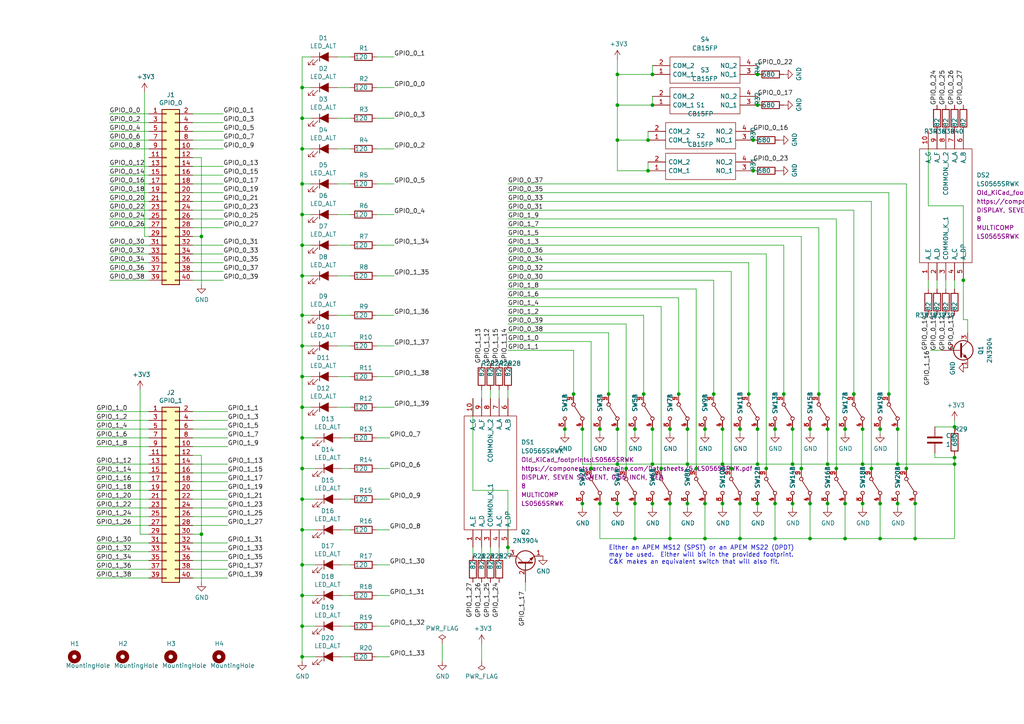
<source format=kicad_sch>
(kicad_sch (version 20211123) (generator eeschema)
  (paper "A4")
  (junction (at 87.63 91.44))
  (junction (at 255.27 156.21))
  (junction (at 179.07 134.62))
  (junction (at 224.79 146.05))
  (junction (at 217.17 114.3))
  (junction (at 87.63 118.11))
  (junction (at 87.63 135.89))
  (junction (at 232.41 135.89))
  (junction (at 219.71 21.59))
  (junction (at 171.45 135.89))
  (junction (at 245.11 156.21))
  (junction (at 229.87 134.62))
  (junction (at 276.86 123.825))
  (junction (at 247.65 114.3))
  (junction (at 218.44 49.53))
  (junction (at 260.35 146.05))
  (junction (at 218.44 40.64))
  (junction (at 219.71 30.48))
  (junction (at 163.83 124.46))
  (junction (at 87.63 43.18))
  (junction (at 58.42 154.94))
  (junction (at 234.95 146.05))
  (junction (at 209.55 134.62))
  (junction (at 276.86 134.62))
  (junction (at 207.01 114.3))
  (junction (at 187.96 40.64))
  (junction (at 87.63 109.22))
  (junction (at 219.71 134.62))
  (junction (at 224.79 156.21))
  (junction (at 209.55 146.05))
  (junction (at 204.47 124.46))
  (junction (at 240.03 134.62))
  (junction (at 184.15 156.21))
  (junction (at 209.55 124.46))
  (junction (at 250.19 146.05))
  (junction (at 189.23 21.59))
  (junction (at 265.43 146.05))
  (junction (at 168.91 146.05))
  (junction (at 240.03 124.46))
  (junction (at 255.27 146.05))
  (junction (at 87.63 25.4))
  (junction (at 87.63 62.23))
  (junction (at 196.85 114.3))
  (junction (at 224.79 124.46))
  (junction (at 179.07 21.59))
  (junction (at 189.23 30.48))
  (junction (at 87.63 127))
  (junction (at 87.63 153.67))
  (junction (at 87.63 172.72))
  (junction (at 87.63 80.01))
  (junction (at 87.63 190.5))
  (junction (at 229.87 146.05))
  (junction (at 189.23 146.05))
  (junction (at 184.15 146.05))
  (junction (at 147.32 158.75))
  (junction (at 199.39 124.46))
  (junction (at 166.37 114.3))
  (junction (at 252.73 135.89))
  (junction (at 201.93 135.89))
  (junction (at 87.63 53.34))
  (junction (at 173.99 146.05))
  (junction (at 87.63 181.61))
  (junction (at 199.39 146.05))
  (junction (at 199.39 134.62))
  (junction (at 189.23 134.62))
  (junction (at 265.43 156.21))
  (junction (at 189.23 124.46))
  (junction (at 58.42 68.58))
  (junction (at 276.86 132.715))
  (junction (at 237.49 114.3))
  (junction (at 194.31 124.46))
  (junction (at 184.15 124.46))
  (junction (at 168.91 124.46))
  (junction (at 257.81 114.3))
  (junction (at 191.77 135.89))
  (junction (at 176.53 114.3))
  (junction (at 242.57 135.89))
  (junction (at 179.07 146.05))
  (junction (at 179.07 124.46))
  (junction (at 219.71 146.05))
  (junction (at 87.63 71.12))
  (junction (at 245.11 124.46))
  (junction (at 219.71 124.46))
  (junction (at 250.19 134.62))
  (junction (at 186.69 114.3))
  (junction (at 187.96 49.53))
  (junction (at 245.11 146.05))
  (junction (at 181.61 135.89))
  (junction (at 214.63 146.05))
  (junction (at 234.95 156.21))
  (junction (at 260.35 134.62))
  (junction (at 204.47 156.21))
  (junction (at 87.63 144.78))
  (junction (at 194.31 146.05))
  (junction (at 214.63 156.21))
  (junction (at 262.89 135.89))
  (junction (at 222.25 135.89))
  (junction (at 234.95 124.46))
  (junction (at 214.63 124.46))
  (junction (at 87.63 34.29))
  (junction (at 179.07 40.64))
  (junction (at 179.07 30.48))
  (junction (at 240.03 146.05))
  (junction (at 173.99 124.46))
  (junction (at 229.87 124.46))
  (junction (at 227.33 114.3))
  (junction (at 212.09 135.89))
  (junction (at 255.27 124.46))
  (junction (at 250.19 124.46))
  (junction (at 204.47 146.05))
  (junction (at 279.4 81.28))
  (junction (at 87.63 100.33))
  (junction (at 194.31 156.21))
  (junction (at 87.63 163.83))
  (junction (at 260.35 124.46))
  (wire (pts (xy 173.99 125.73) (xy 173.99 124.46)))
  (wire (pts (xy 55.88 45.72) (xy 58.42 45.72)))
  (wire (pts (xy 31.75 43.18) (xy 43.18 43.18)))
  (wire (pts (xy 279.4 59.69) (xy 279.4 81.28)))
  (wire (pts (xy 204.47 125.73) (xy 204.47 124.46)))
  (wire (pts (xy 240.03 146.05) (xy 240.03 147.32)))
  (wire (pts (xy 147.32 93.98) (xy 181.61 93.98)))
  (wire (pts (xy 31.75 35.56) (xy 43.18 35.56)))
  (wire (pts (xy 163.83 124.46) (xy 163.83 125.73)))
  (wire (pts (xy 97.79 100.33) (xy 101.6 100.33)))
  (wire (pts (xy 87.63 100.33) (xy 87.63 91.44)))
  (wire (pts (xy 147.32 86.36) (xy 196.85 86.36)))
  (wire (pts (xy 55.88 127) (xy 66.04 127)))
  (wire (pts (xy 219.71 134.62) (xy 229.87 134.62)))
  (wire (pts (xy 147.32 96.52) (xy 176.53 96.52)))
  (wire (pts (xy 87.63 181.61) (xy 87.63 172.72)))
  (wire (pts (xy 189.23 124.46) (xy 189.23 134.62)))
  (wire (pts (xy 97.79 62.23) (xy 101.6 62.23)))
  (wire (pts (xy 55.88 78.74) (xy 64.77 78.74)))
  (wire (pts (xy 87.63 34.29) (xy 87.63 25.4)))
  (wire (pts (xy 90.17 109.22) (xy 87.63 109.22)))
  (wire (pts (xy 109.22 62.23) (xy 114.3 62.23)))
  (wire (pts (xy 90.17 43.18) (xy 87.63 43.18)))
  (wire (pts (xy 55.88 165.1) (xy 66.04 165.1)))
  (wire (pts (xy 43.18 142.24) (xy 27.94 142.24)))
  (wire (pts (xy 55.88 137.16) (xy 66.04 137.16)))
  (wire (pts (xy 147.32 83.82) (xy 201.93 83.82)))
  (wire (pts (xy 55.88 157.48) (xy 66.04 157.48)))
  (wire (pts (xy 97.79 16.51) (xy 101.6 16.51)))
  (wire (pts (xy 55.88 33.02) (xy 64.77 33.02)))
  (wire (pts (xy 250.19 146.05) (xy 250.19 147.32)))
  (wire (pts (xy 91.44 153.67) (xy 87.63 153.67)))
  (wire (pts (xy 27.94 162.56) (xy 43.18 162.56)))
  (wire (pts (xy 168.91 134.62) (xy 179.07 134.62)))
  (wire (pts (xy 179.07 40.64) (xy 187.96 40.64)))
  (wire (pts (xy 109.22 144.78) (xy 113.03 144.78)))
  (wire (pts (xy 147.32 73.66) (xy 222.25 73.66)))
  (wire (pts (xy 41.91 68.58) (xy 41.91 26.67)))
  (wire (pts (xy 87.63 91.44) (xy 87.63 80.01)))
  (wire (pts (xy 55.88 162.56) (xy 66.04 162.56)))
  (wire (pts (xy 171.45 99.06) (xy 171.45 135.89)))
  (wire (pts (xy 87.63 62.23) (xy 87.63 53.34)))
  (wire (pts (xy 55.88 160.02) (xy 66.04 160.02)))
  (wire (pts (xy 109.22 181.61) (xy 113.03 181.61)))
  (wire (pts (xy 31.75 60.96) (xy 43.18 60.96)))
  (wire (pts (xy 173.99 146.05) (xy 173.99 156.21)))
  (wire (pts (xy 31.75 50.8) (xy 43.18 50.8)))
  (wire (pts (xy 184.15 125.73) (xy 184.15 124.46)))
  (wire (pts (xy 189.23 21.59) (xy 179.07 21.59)))
  (wire (pts (xy 242.57 63.5) (xy 242.57 135.89)))
  (wire (pts (xy 43.18 121.92) (xy 27.94 121.92)))
  (wire (pts (xy 43.18 68.58) (xy 41.91 68.58)))
  (wire (pts (xy 87.63 191.77) (xy 87.63 190.5)))
  (wire (pts (xy 55.88 43.18) (xy 64.77 43.18)))
  (wire (pts (xy 219.71 124.46) (xy 219.71 134.62)))
  (wire (pts (xy 55.88 76.2) (xy 64.77 76.2)))
  (wire (pts (xy 55.88 38.1) (xy 64.77 38.1)))
  (wire (pts (xy 97.79 34.29) (xy 101.6 34.29)))
  (wire (pts (xy 91.44 144.78) (xy 87.63 144.78)))
  (wire (pts (xy 147.32 60.96) (xy 247.65 60.96)))
  (wire (pts (xy 109.22 25.4) (xy 114.3 25.4)))
  (wire (pts (xy 184.15 146.05) (xy 184.15 156.21)))
  (wire (pts (xy 257.81 114.3) (xy 257.81 55.88)))
  (wire (pts (xy 90.17 80.01) (xy 87.63 80.01)))
  (wire (pts (xy 219.71 19.05) (xy 219.71 21.59)))
  (wire (pts (xy 91.44 163.83) (xy 87.63 163.83)))
  (wire (pts (xy 55.88 139.7) (xy 66.04 139.7)))
  (wire (pts (xy 265.43 156.21) (xy 276.86 156.21)))
  (wire (pts (xy 194.31 156.21) (xy 204.47 156.21)))
  (wire (pts (xy 214.63 156.21) (xy 224.79 156.21)))
  (wire (pts (xy 31.75 38.1) (xy 43.18 38.1)))
  (wire (pts (xy 269.875 101.6) (xy 273.05 101.6)))
  (wire (pts (xy 40.64 113.03) (xy 40.64 154.94)))
  (wire (pts (xy 176.53 114.3) (xy 176.53 96.52)))
  (wire (pts (xy 87.63 153.67) (xy 87.63 144.78)))
  (wire (pts (xy 43.18 144.78) (xy 27.94 144.78)))
  (wire (pts (xy 99.06 144.78) (xy 101.6 144.78)))
  (wire (pts (xy 204.47 146.05) (xy 204.47 156.21)))
  (wire (pts (xy 90.17 118.11) (xy 87.63 118.11)))
  (wire (pts (xy 245.11 156.21) (xy 255.27 156.21)))
  (wire (pts (xy 191.77 88.9) (xy 191.77 135.89)))
  (wire (pts (xy 181.61 93.98) (xy 181.61 135.89)))
  (wire (pts (xy 207.01 114.3) (xy 207.01 81.28)))
  (wire (pts (xy 222.25 73.66) (xy 222.25 135.89)))
  (wire (pts (xy 55.88 71.12) (xy 64.77 71.12)))
  (wire (pts (xy 152.4 168.91) (xy 152.4 171.45)))
  (wire (pts (xy 31.75 55.88) (xy 43.18 55.88)))
  (wire (pts (xy 269.24 59.69) (xy 279.4 59.69)))
  (wire (pts (xy 173.99 156.21) (xy 184.15 156.21)))
  (wire (pts (xy 55.88 48.26) (xy 64.77 48.26)))
  (wire (pts (xy 27.94 147.32) (xy 43.18 147.32)))
  (wire (pts (xy 260.35 134.62) (xy 276.86 134.62)))
  (wire (pts (xy 55.88 53.34) (xy 64.77 53.34)))
  (wire (pts (xy 55.88 68.58) (xy 58.42 68.58)))
  (wire (pts (xy 234.95 125.73) (xy 234.95 124.46)))
  (wire (pts (xy 179.07 124.46) (xy 179.07 134.62)))
  (wire (pts (xy 90.17 62.23) (xy 87.63 62.23)))
  (wire (pts (xy 137.16 158.75) (xy 137.16 161.29)))
  (wire (pts (xy 234.95 156.21) (xy 245.11 156.21)))
  (wire (pts (xy 109.22 16.51) (xy 114.3 16.51)))
  (wire (pts (xy 240.03 124.46) (xy 240.03 134.62)))
  (wire (pts (xy 27.94 149.86) (xy 43.18 149.86)))
  (wire (pts (xy 55.88 63.5) (xy 64.77 63.5)))
  (wire (pts (xy 194.31 146.05) (xy 194.31 156.21)))
  (wire (pts (xy 99.06 172.72) (xy 101.6 172.72)))
  (wire (pts (xy 27.94 160.02) (xy 43.18 160.02)))
  (wire (pts (xy 87.63 127) (xy 91.44 127)))
  (wire (pts (xy 55.88 132.08) (xy 58.42 132.08)))
  (wire (pts (xy 209.55 124.46) (xy 209.55 134.62)))
  (wire (pts (xy 43.18 129.54) (xy 27.94 129.54)))
  (wire (pts (xy 27.94 152.4) (xy 43.18 152.4)))
  (wire (pts (xy 224.79 156.21) (xy 234.95 156.21)))
  (wire (pts (xy 179.07 146.05) (xy 179.07 147.32)))
  (wire (pts (xy 240.03 134.62) (xy 250.19 134.62)))
  (wire (pts (xy 199.39 134.62) (xy 209.55 134.62)))
  (wire (pts (xy 87.63 16.51) (xy 90.17 16.51)))
  (wire (pts (xy 43.18 127) (xy 27.94 127)))
  (wire (pts (xy 55.88 81.28) (xy 64.77 81.28)))
  (wire (pts (xy 90.17 71.12) (xy 87.63 71.12)))
  (wire (pts (xy 214.63 146.05) (xy 214.63 156.21)))
  (wire (pts (xy 276.86 132.08) (xy 276.86 132.715)))
  (wire (pts (xy 58.42 154.94) (xy 58.42 168.91)))
  (wire (pts (xy 31.75 78.74) (xy 43.18 78.74)))
  (wire (pts (xy 90.17 34.29) (xy 87.63 34.29)))
  (wire (pts (xy 55.88 152.4) (xy 66.04 152.4)))
  (wire (pts (xy 224.79 125.73) (xy 224.79 124.46)))
  (wire (pts (xy 276.86 132.715) (xy 276.86 134.62)))
  (wire (pts (xy 179.07 134.62) (xy 189.23 134.62)))
  (wire (pts (xy 55.88 149.86) (xy 66.04 149.86)))
  (wire (pts (xy 97.79 71.12) (xy 101.6 71.12)))
  (wire (pts (xy 217.17 114.3) (xy 217.17 76.2)))
  (wire (pts (xy 147.32 113.03) (xy 147.32 115.57)))
  (wire (pts (xy 137.16 115.57) (xy 137.16 142.24)))
  (wire (pts (xy 276.86 134.62) (xy 276.86 156.21)))
  (wire (pts (xy 144.78 158.75) (xy 144.78 161.29)))
  (wire (pts (xy 109.22 135.89) (xy 113.03 135.89)))
  (wire (pts (xy 43.18 139.7) (xy 27.94 139.7)))
  (wire (pts (xy 58.42 45.72) (xy 58.42 68.58)))
  (wire (pts (xy 43.18 134.62) (xy 27.94 134.62)))
  (wire (pts (xy 109.22 153.67) (xy 113.03 153.67)))
  (wire (pts (xy 87.63 172.72) (xy 87.63 163.83)))
  (wire (pts (xy 55.88 124.46) (xy 66.04 124.46)))
  (wire (pts (xy 31.75 81.28) (xy 43.18 81.28)))
  (wire (pts (xy 87.63 163.83) (xy 87.63 153.67)))
  (wire (pts (xy 97.79 118.11) (xy 101.6 118.11)))
  (wire (pts (xy 109.22 71.12) (xy 114.3 71.12)))
  (wire (pts (xy 280.67 92.71) (xy 280.67 96.52)))
  (wire (pts (xy 147.32 91.44) (xy 186.69 91.44)))
  (wire (pts (xy 58.42 132.08) (xy 58.42 154.94)))
  (wire (pts (xy 31.75 66.04) (xy 43.18 66.04)))
  (wire (pts (xy 109.22 91.44) (xy 114.3 91.44)))
  (wire (pts (xy 179.07 49.53) (xy 187.96 49.53)))
  (wire (pts (xy 219.71 146.05) (xy 219.71 147.32)))
  (wire (pts (xy 87.63 109.22) (xy 87.63 100.33)))
  (wire (pts (xy 87.63 53.34) (xy 87.63 43.18)))
  (wire (pts (xy 189.23 27.94) (xy 189.23 30.48)))
  (wire (pts (xy 199.39 124.46) (xy 199.39 134.62)))
  (wire (pts (xy 212.09 78.74) (xy 212.09 135.89)))
  (wire (pts (xy 147.32 55.88) (xy 257.81 55.88)))
  (wire (pts (xy 137.16 142.24) (xy 147.32 142.24)))
  (wire (pts (xy 55.88 40.64) (xy 64.77 40.64)))
  (wire (pts (xy 87.63 135.89) (xy 87.63 127)))
  (wire (pts (xy 224.79 146.05) (xy 224.79 156.21)))
  (wire (pts (xy 274.32 83.82) (xy 274.32 81.28)))
  (wire (pts (xy 147.32 66.04) (xy 237.49 66.04)))
  (wire (pts (xy 147.32 68.58) (xy 232.41 68.58)))
  (wire (pts (xy 99.06 190.5) (xy 101.6 190.5)))
  (wire (pts (xy 109.22 190.5) (xy 113.03 190.5)))
  (wire (pts (xy 87.63 80.01) (xy 87.63 71.12)))
  (wire (pts (xy 271.145 123.825) (xy 276.86 123.825)))
  (wire (pts (xy 276.86 123.825) (xy 276.86 124.46)))
  (wire (pts (xy 252.73 58.42) (xy 252.73 135.89)))
  (wire (pts (xy 43.18 137.16) (xy 27.94 137.16)))
  (wire (pts (xy 109.22 172.72) (xy 113.03 172.72)))
  (wire (pts (xy 55.88 73.66) (xy 64.77 73.66)))
  (wire (pts (xy 55.88 129.54) (xy 66.04 129.54)))
  (wire (pts (xy 187.96 46.99) (xy 187.96 49.53)))
  (wire (pts (xy 139.7 158.75) (xy 139.7 161.29)))
  (wire (pts (xy 229.87 134.62) (xy 240.03 134.62)))
  (wire (pts (xy 31.75 53.34) (xy 43.18 53.34)))
  (wire (pts (xy 255.27 146.05) (xy 255.27 156.21)))
  (wire (pts (xy 147.32 158.75) (xy 147.32 161.29)))
  (wire (pts (xy 55.88 66.04) (xy 64.77 66.04)))
  (wire (pts (xy 55.88 144.78) (xy 66.04 144.78)))
  (wire (pts (xy 91.44 172.72) (xy 87.63 172.72)))
  (wire (pts (xy 87.63 118.11) (xy 87.63 109.22)))
  (wire (pts (xy 109.22 43.18) (xy 114.3 43.18)))
  (wire (pts (xy 43.18 119.38) (xy 27.94 119.38)))
  (wire (pts (xy 90.17 53.34) (xy 87.63 53.34)))
  (wire (pts (xy 27.94 165.1) (xy 43.18 165.1)))
  (wire (pts (xy 179.07 30.48) (xy 179.07 40.64)))
  (wire (pts (xy 147.32 76.2) (xy 217.17 76.2)))
  (wire (pts (xy 245.11 146.05) (xy 245.11 156.21)))
  (wire (pts (xy 199.39 146.05) (xy 199.39 147.32)))
  (wire (pts (xy 255.27 125.73) (xy 255.27 124.46)))
  (wire (pts (xy 91.44 135.89) (xy 87.63 135.89)))
  (wire (pts (xy 31.75 48.26) (xy 43.18 48.26)))
  (wire (pts (xy 147.32 101.6) (xy 166.37 101.6)))
  (wire (pts (xy 55.88 60.96) (xy 64.77 60.96)))
  (wire (pts (xy 55.88 55.88) (xy 64.77 55.88)))
  (wire (pts (xy 55.88 154.94) (xy 58.42 154.94)))
  (wire (pts (xy 99.06 181.61) (xy 101.6 181.61)))
  (wire (pts (xy 58.42 68.58) (xy 58.42 82.55)))
  (wire (pts (xy 229.87 146.05) (xy 229.87 147.32)))
  (wire (pts (xy 55.88 58.42) (xy 64.77 58.42)))
  (wire (pts (xy 109.22 118.11) (xy 114.3 118.11)))
  (wire (pts (xy 260.35 124.46) (xy 260.35 134.62)))
  (wire (pts (xy 147.32 63.5) (xy 242.57 63.5)))
  (wire (pts (xy 168.91 146.05) (xy 168.91 147.32)))
  (wire (pts (xy 91.44 181.61) (xy 87.63 181.61)))
  (wire (pts (xy 214.63 125.73) (xy 214.63 124.46)))
  (wire (pts (xy 109.22 127) (xy 113.03 127)))
  (wire (pts (xy 31.75 58.42) (xy 43.18 58.42)))
  (wire (pts (xy 90.17 100.33) (xy 87.63 100.33)))
  (wire (pts (xy 144.78 113.03) (xy 144.78 115.57)))
  (wire (pts (xy 279.4 81.28) (xy 279.4 92.71)))
  (wire (pts (xy 55.88 50.8) (xy 64.77 50.8)))
  (wire (pts (xy 189.23 134.62) (xy 199.39 134.62)))
  (wire (pts (xy 234.95 146.05) (xy 234.95 156.21)))
  (wire (pts (xy 168.91 124.46) (xy 168.91 134.62)))
  (wire (pts (xy 142.24 113.03) (xy 142.24 115.57)))
  (wire (pts (xy 179.07 21.59) (xy 179.07 30.48)))
  (wire (pts (xy 147.32 81.28) (xy 207.01 81.28)))
  (wire (pts (xy 271.78 83.82) (xy 271.78 81.28)))
  (wire (pts (xy 147.32 99.06) (xy 171.45 99.06)))
  (wire (pts (xy 147.32 58.42) (xy 252.73 58.42)))
  (wire (pts (xy 27.94 157.48) (xy 43.18 157.48)))
  (wire (pts (xy 87.63 25.4) (xy 87.63 16.51)))
  (wire (pts (xy 97.79 53.34) (xy 101.6 53.34)))
  (wire (pts (xy 55.88 142.24) (xy 66.04 142.24)))
  (wire (pts (xy 250.19 134.62) (xy 260.35 134.62)))
  (wire (pts (xy 265.43 146.05) (xy 265.43 156.21)))
  (wire (pts (xy 262.89 53.34) (xy 262.89 135.89)))
  (wire (pts (xy 55.88 119.38) (xy 66.04 119.38)))
  (wire (pts (xy 166.37 114.3) (xy 166.37 101.6)))
  (wire (pts (xy 55.88 134.62) (xy 66.04 134.62)))
  (wire (pts (xy 109.22 34.29) (xy 114.3 34.29)))
  (wire (pts (xy 40.64 154.94) (xy 43.18 154.94)))
  (wire (pts (xy 204.47 156.21) (xy 214.63 156.21)))
  (wire (pts (xy 269.24 38.1) (xy 269.24 59.69)))
  (wire (pts (xy 229.87 124.46) (xy 229.87 134.62)))
  (wire (pts (xy 179.07 17.145) (xy 179.07 21.59)))
  (wire (pts (xy 209.55 134.62) (xy 219.71 134.62)))
  (wire (pts (xy 87.63 190.5) (xy 87.63 181.61)))
  (wire (pts (xy 147.32 142.24) (xy 147.32 158.75)))
  (wire (pts (xy 87.63 43.18) (xy 87.63 34.29)))
  (wire (pts (xy 91.44 190.5) (xy 87.63 190.5)))
  (wire (pts (xy 179.07 40.64) (xy 179.07 49.53)))
  (wire (pts (xy 139.7 113.03) (xy 139.7 115.57)))
  (wire (pts (xy 87.63 127) (xy 87.63 118.11)))
  (wire (pts (xy 55.88 167.64) (xy 66.04 167.64)))
  (wire (pts (xy 147.32 78.74) (xy 212.09 78.74)))
  (wire (pts (xy 90.17 25.4) (xy 87.63 25.4)))
  (wire (pts (xy 99.06 153.67) (xy 101.6 153.67)))
  (wire (pts (xy 142.24 158.75) (xy 142.24 161.29)))
  (wire (pts (xy 87.63 71.12) (xy 87.63 62.23)))
  (wire (pts (xy 27.94 167.64) (xy 43.18 167.64)))
  (wire (pts (xy 189.23 146.05) (xy 189.23 147.32)))
  (wire (pts (xy 147.32 71.12) (xy 227.33 71.12)))
  (wire (pts (xy 196.85 114.3) (xy 196.85 86.36)))
  (wire (pts (xy 55.88 121.92) (xy 66.04 121.92)))
  (wire (pts (xy 31.75 40.64) (xy 43.18 40.64)))
  (wire (pts (xy 218.44 40.64) (xy 218.44 38.1)))
  (wire (pts (xy 232.41 68.58) (xy 232.41 135.89)))
  (wire (pts (xy 260.35 146.05) (xy 260.35 147.32)))
  (wire (pts (xy 109.22 163.83) (xy 113.03 163.83)))
  (wire (pts (xy 218.44 49.53) (xy 218.44 46.99)))
  (wire (pts (xy 55.88 35.56) (xy 64.77 35.56)))
  (wire (pts (xy 109.22 109.22) (xy 114.3 109.22)))
  (wire (pts (xy 255.27 156.21) (xy 265.43 156.21)))
  (wire (pts (xy 189.23 19.05) (xy 189.23 21.59)))
  (wire (pts (xy 187.96 38.1) (xy 187.96 40.64)))
  (wire (pts (xy 97.79 25.4) (xy 101.6 25.4)))
  (wire (pts (xy 186.69 114.3) (xy 186.69 91.44)))
  (wire (pts (xy 109.22 100.33) (xy 114.3 100.33)))
  (wire (pts (xy 179.07 30.48) (xy 189.23 30.48)))
  (wire (pts (xy 201.93 83.82) (xy 201.93 135.89)))
  (wire (pts (xy 237.49 114.3) (xy 237.49 66.04)))
  (wire (pts (xy 276.86 83.82) (xy 276.86 81.28)))
  (wire (pts (xy 147.32 53.34) (xy 262.89 53.34)))
  (wire (pts (xy 109.22 53.34) (xy 114.3 53.34)))
  (wire (pts (xy 90.17 91.44) (xy 87.63 91.44)))
  (wire (pts (xy 139.7 191.77) (xy 139.7 186.69)))
  (wire (pts (xy 128.27 191.77) (xy 128.27 186.69)))
  (wire (pts (xy 219.71 30.48) (xy 219.71 27.94)))
  (wire (pts (xy 97.79 91.44) (xy 101.6 91.44)))
  (wire (pts (xy 109.22 80.01) (xy 114.3 80.01)))
  (wire (pts (xy 97.79 80.01) (xy 101.6 80.01)))
  (wire (pts (xy 147.32 88.9) (xy 191.77 88.9)))
  (wire (pts (xy 43.18 124.46) (xy 27.94 124.46)))
  (wire (pts (xy 269.24 83.82) (xy 269.24 81.28)))
  (wire (pts (xy 99.06 135.89) (xy 101.6 135.89)))
  (wire (pts (xy 279.4 92.71) (xy 280.67 92.71)))
  (wire (pts (xy 209.55 146.05) (xy 209.55 147.32)))
  (wire (pts (xy 271.145 132.715) (xy 276.86 132.715)))
  (wire (pts (xy 271.145 131.445) (xy 271.145 132.715)))
  (wire (pts (xy 87.63 144.78) (xy 87.63 135.89)))
  (wire (pts (xy 31.75 71.12) (xy 43.18 71.12)))
  (wire (pts (xy 245.11 125.73) (xy 245.11 124.46)))
  (wire (pts (xy 99.06 127) (xy 101.6 127)))
  (wire (pts (xy 194.31 125.73) (xy 194.31 124.46)))
  (wire (pts (xy 97.79 109.22) (xy 101.6 109.22)))
  (wire (pts (xy 250.19 124.46) (xy 250.19 134.62)))
  (wire (pts (xy 55.88 147.32) (xy 66.04 147.32)))
  (wire (pts (xy 184.15 156.21) (xy 194.31 156.21)))
  (wire (pts (xy 31.75 63.5) (xy 43.18 63.5)))
  (wire (pts (xy 247.65 114.3) (xy 247.65 60.96)))
  (wire (pts (xy 31.75 76.2) (xy 43.18 76.2)))
  (wire (pts (xy 99.06 163.83) (xy 101.6 163.83)))
  (wire (pts (xy 276.86 121.92) (xy 276.86 123.825)))
  (wire (pts (xy 31.75 73.66) (xy 43.18 73.66)))
  (wire (pts (xy 97.79 43.18) (xy 101.6 43.18)))
  (wire (pts (xy 31.75 33.02) (xy 43.18 33.02)))
  (wire (pts (xy 227.33 114.3) (xy 227.33 71.12)))
  (text "Either an APEM MS12 (SPST) or an APEM MS22 (DPDT)\nmay be used.  Either will bit in the provided footprint.\nC&K makes an equivalent switch that will also fit." (at 176.53 163.83 0) (effects (font (size 1.27 1.27)) (justify left bottom)))
  (label "GPIO_1_9" (at 66.04 129.54 0))
  (label "GPIO_0_39" (at 147.32 93.98 0))
  (label "GPIO_1_20" (at 27.94 144.78 0))
  (label "GPIO_0_26" (at 276.86 30.48 90))
  (label "GPIO_0_35" (at 147.32 55.88 0))
  (label "GPIO_1_36" (at 114.3 91.44 0))
  (label "GPIO_1_26" (at 27.94 152.4 0))
  (label "GPIO_0_9" (at 113.03 144.78 0))
  (label "GPIO_0_7" (at 64.77 40.64 0))
  (label "GPIO_0_21" (at 64.77 58.42 0))
  (label "GPIO_0_36" (at 147.32 73.66 0))
  (label "GPIO_0_14" (at 31.75 50.8 0))
  (label "GPIO_1_27" (at 137.16 168.91 270))
  (label "GPIO_0_9" (at 64.77 43.18 0))
  (label "GPIO_0_19" (at 64.77 55.88 0))
  (label "GPIO_1_1" (at 147.32 101.6 0))
  (label "GPIO_0_1" (at 114.3 16.51 0))
  (label "GPIO_1_7" (at 66.04 127 0))
  (label "GPIO_0_36" (at 31.75 78.74 0))
  (label "GPIO_0_26" (at 31.75 66.04 0))
  (label "GPIO_1_38" (at 27.94 167.64 0))
  (label "GPIO_1_30" (at 27.94 157.48 0))
  (label "GPIO_1_5" (at 147.32 68.58 0))
  (label "GPIO_0_4" (at 114.3 62.23 0))
  (label "GPIO_0_32" (at 31.75 73.66 0))
  (label "GPIO_1_12" (at 27.94 134.62 0))
  (label "GPIO_0_33" (at 64.77 73.66 0))
  (label "GPIO_1_2" (at 27.94 121.92 0))
  (label "GPIO_1_0" (at 147.32 99.06 0))
  (label "GPIO_0_25" (at 64.77 63.5 0))
  (label "GPIO_0_3" (at 114.3 34.29 0))
  (label "GPIO_0_38" (at 147.32 96.52 0))
  (label "GPIO_0_16" (at 218.44 38.1 0))
  (label "GPIO_1_9" (at 147.32 63.5 0))
  (label "GPIO_1_39" (at 66.04 167.64 0))
  (label "GPIO_0_31" (at 64.77 71.12 0))
  (label "GPIO_0_16" (at 31.75 53.34 0))
  (label "GPIO_1_1" (at 66.04 119.38 0))
  (label "GPIO_1_31" (at 66.04 157.48 0))
  (label "GPIO_0_30" (at 31.75 71.12 0))
  (label "GPIO_0_27" (at 279.4 30.48 90))
  (label "GPIO_1_16" (at 27.94 139.7 0))
  (label "GPIO_0_14" (at 269.24 91.44 270))
  (label "GPIO_0_31" (at 147.32 60.96 0))
  (label "GPIO_1_30" (at 113.03 163.83 0))
  (label "GPIO_1_38" (at 114.3 109.22 0))
  (label "GPIO_1_17" (at 152.4 171.45 270))
  (label "GPIO_0_12" (at 274.32 91.44 270))
  (label "GPIO_0_2" (at 31.75 35.56 0))
  (label "GPIO_1_4" (at 147.32 88.9 0))
  (label "GPIO_1_16" (at 269.875 101.6 270))
  (label "GPIO_1_24" (at 27.94 149.86 0))
  (label "GPIO_1_21" (at 66.04 144.78 0))
  (label "GPIO_1_0" (at 27.94 119.38 0))
  (label "GPIO_1_8" (at 27.94 129.54 0))
  (label "GPIO_0_38" (at 31.75 81.28 0))
  (label "GPIO_0_6" (at 31.75 40.64 0))
  (label "GPIO_0_4" (at 31.75 38.1 0))
  (label "GPIO_0_33" (at 147.32 58.42 0))
  (label "GPIO_1_37" (at 114.3 100.33 0))
  (label "GPIO_1_34" (at 27.94 162.56 0))
  (label "GPIO_0_22" (at 31.75 60.96 0))
  (label "GPIO_0_5" (at 64.77 38.1 0))
  (label "GPIO_0_12" (at 31.75 48.26 0))
  (label "GPIO_1_14" (at 147.32 105.41 90))
  (label "GPIO_0_24" (at 31.75 63.5 0))
  (label "GPIO_1_14" (at 27.94 137.16 0))
  (label "GPIO_1_18" (at 27.94 142.24 0))
  (label "GPIO_0_17" (at 219.71 27.94 0))
  (label "GPIO_1_12" (at 142.24 105.41 90))
  (label "GPIO_0_3" (at 64.77 35.56 0))
  (label "GPIO_1_6" (at 27.94 127 0))
  (label "GPIO_1_24" (at 144.78 168.91 270))
  (label "GPIO_1_23" (at 66.04 147.32 0))
  (label "GPIO_1_32" (at 113.03 181.61 0))
  (label "GPIO_0_24" (at 271.78 30.48 90))
  (label "GPIO_0_17" (at 64.77 53.34 0))
  (label "GPIO_1_6" (at 147.32 86.36 0))
  (label "GPIO_1_15" (at 66.04 137.16 0))
  (label "GPIO_1_37" (at 66.04 165.1 0))
  (label "GPIO_1_33" (at 113.03 190.5 0))
  (label "GPIO_0_27" (at 64.77 66.04 0))
  (label "GPIO_1_19" (at 66.04 142.24 0))
  (label "GPIO_0_25" (at 274.32 30.48 90))
  (label "GPIO_1_33" (at 66.04 160.02 0))
  (label "GPIO_0_34" (at 31.75 76.2 0))
  (label "GPIO_0_8" (at 31.75 43.18 0))
  (label "GPIO_1_3" (at 147.32 71.12 0))
  (label "GPIO_1_4" (at 27.94 124.46 0))
  (label "GPIO_0_37" (at 147.32 53.34 0))
  (label "GPIO_0_15" (at 271.78 91.44 270))
  (label "GPIO_1_15" (at 144.78 105.41 90))
  (label "GPIO_0_30" (at 147.32 81.28 0))
  (label "GPIO_0_2" (at 114.3 43.18 0))
  (label "GPIO_1_17" (at 66.04 139.7 0))
  (label "GPIO_0_0" (at 31.75 33.02 0))
  (label "GPIO_0_15" (at 64.77 50.8 0))
  (label "GPIO_1_34" (at 114.3 71.12 0))
  (label "GPIO_0_0" (at 114.3 25.4 0))
  (label "GPIO_0_34" (at 147.32 76.2 0))
  (label "GPIO_1_39" (at 114.3 118.11 0))
  (label "GPIO_0_35" (at 64.77 76.2 0))
  (label "GPIO_1_3" (at 66.04 121.92 0))
  (label "GPIO_0_8" (at 113.03 153.67 0))
  (label "GPIO_0_13" (at 64.77 48.26 0))
  (label "GPIO_1_35" (at 66.04 162.56 0))
  (label "GPIO_1_27" (at 66.04 152.4 0))
  (label "GPIO_1_36" (at 27.94 165.1 0))
  (label "GPIO_1_32" (at 27.94 160.02 0))
  (label "GPIO_0_32" (at 147.32 78.74 0))
  (label "GPIO_0_22" (at 219.71 19.05 0))
  (label "GPIO_0_37" (at 64.77 78.74 0))
  (label "GPIO_0_5" (at 114.3 53.34 0))
  (label "GPIO_1_2" (at 147.32 91.44 0))
  (label "GPIO_1_35" (at 114.3 80.01 0))
  (label "GPIO_0_13" (at 276.86 91.44 270))
  (label "GPIO_1_7" (at 147.32 66.04 0))
  (label "GPIO_0_6" (at 113.03 135.89 0))
  (label "GPIO_1_25" (at 66.04 149.86 0))
  (label "GPIO_1_13" (at 139.7 105.41 90))
  (label "GPIO_1_31" (at 113.03 172.72 0))
  (label "GPIO_1_13" (at 66.04 134.62 0))
  (label "GPIO_1_22" (at 27.94 147.32 0))
  (label "GPIO_0_1" (at 64.77 33.02 0))
  (label "GPIO_1_26" (at 139.7 168.91 270))
  (label "GPIO_0_39" (at 64.77 81.28 0))
  (label "GPIO_0_23" (at 218.44 46.99 0))
  (label "GPIO_1_5" (at 66.04 124.46 0))
  (label "GPIO_0_23" (at 64.77 60.96 0))
  (label "GPIO_0_18" (at 31.75 55.88 0))
  (label "GPIO_0_7" (at 113.03 127 0))
  (label "GPIO_1_25" (at 142.24 168.91 270))
  (label "GPIO_0_20" (at 31.75 58.42 0))
  (label "GPIO_1_8" (at 147.32 83.82 0))
  (symbol (lib_id "Device:LED_ALT") (at 93.98 16.51 0) (unit 1)
    (property "Reference" "D1" (at 93.7514 11.0236 0))
    (property "Value" "LED_ALT" (at 93.7514 13.335 0))
    (property "Footprint" "Old_KiCad_footprints:LED_1210_3225Metric_Castelled" (effects hide))
  )
  (symbol (lib_id "Connector_Generic:Conn_02x20_Odd_Even") (at 48.26 55.88 0) (unit 1)
    (property "Reference" "J1" (at 49.53 27.5082 0))
    (property "Value" "GPIO_0" (at 49.53 29.8196 0))
    (property "Footprint" "Connector_PinHeader_2.54mm:PinHeader_2x20_P2.54mm_Vertical" (effects hide))
  )
  (symbol (lib_id "Connector_Generic:Conn_02x20_Odd_Even") (at 48.26 142.24 0) (unit 1)
    (property "Reference" "J2" (at 49.53 113.8682 0))
    (property "Value" "GPIO_1" (at 49.53 116.1796 0))
    (property "Footprint" "Connector_PinHeader_2.54mm:PinHeader_2x20_P2.54mm_Vertical" (effects hide))
  )
  (symbol (lib_id "power:+3V3") (at 40.64 113.03 0) (unit 1)
    (property "Reference" "#PWR06" (effects hide))
    (property "Value" "+3V3" (at 41.021 108.6358 0))
  )
  (symbol (lib_id "power:GND") (at 87.63 191.77 0) (unit 1)
    (property "Reference" "#PWR013" (effects hide))
    (property "Value" "GND" (at 87.757 196.1642 0))
  )
  (symbol (lib_id "power:PWR_FLAG") (at 128.27 186.69 0) (unit 1)
    (property "Reference" "#FLG01" (effects hide))
    (property "Value" "PWR_FLAG" (at 128.27 182.2704 0))
  )
  (symbol (lib_id "power:GND") (at 58.42 82.55 0) (unit 1)
    (property "Reference" "#PWR05" (effects hide))
    (property "Value" "GND" (at 58.547 86.9442 0))
  )
  (symbol (lib_id "power:GND") (at 58.42 168.91 0) (unit 1)
    (property "Reference" "#PWR010" (effects hide))
    (property "Value" "GND" (at 58.547 173.3042 0))
  )
  (symbol (lib_id "power:+3V3") (at 41.91 26.67 0) (unit 1)
    (property "Reference" "#PWR01" (effects hide))
    (property "Value" "+3V3" (at 42.291 22.2758 0))
  )
  (symbol (lib_id "Mechanical:MountingHole") (at 49.53 190.5 0) (unit 1)
    (property "Reference" "H3" (at 48.26 186.69 0) (effects (justify left)))
    (property "Value" "MountingHole" (at 46.99 193.04 0) (effects (justify left)))
    (property "Footprint" "MountingHole:MountingHole_3.2mm_M3_Pad" (effects hide))
  )
  (symbol (lib_id "Mechanical:MountingHole") (at 35.56 190.5 0) (unit 1)
    (property "Reference" "H2" (at 34.29 186.69 0) (effects (justify left)))
    (property "Value" "MountingHole" (at 33.02 193.04 0) (effects (justify left)))
    (property "Footprint" "MountingHole:MountingHole_3.2mm_M3_Pad" (effects hide))
  )
  (symbol (lib_id "Mechanical:MountingHole") (at 21.59 190.5 0) (unit 1)
    (property "Reference" "H1" (at 20.32 186.69 0) (effects (justify left)))
    (property "Value" "MountingHole" (at 19.05 193.04 0) (effects (justify left)))
    (property "Footprint" "MountingHole:MountingHole_3.2mm_M3_Pad" (effects hide))
  )
  (symbol (lib_id "Mechanical:MountingHole") (at 63.5 190.5 0) (unit 1)
    (property "Reference" "H4" (at 62.23 186.69 0) (effects (justify left)))
    (property "Value" "MountingHole" (at 60.96 193.04 0) (effects (justify left)))
    (property "Footprint" "MountingHole:MountingHole_3.2mm_M3_Pad" (effects hide))
  )
  (symbol (lib_id "power:+3V3") (at 276.86 121.92 0) (unit 1)
    (property "Reference" "#PWR02" (effects hide))
    (property "Value" "+3V3" (at 277.241 117.5258 0))
  )
  (symbol (lib_id "Switch:SW_DPDT_x2") (at 166.37 119.38 270) (unit 1)
    (property "Reference" "SW1" (at 163.83 116.84 0))
    (property "Value" " " (at 171.45 123.19 0))
    (property "Footprint" "Old_KiCad_footprints:DPDT-3.2MM" (effects hide))
  )
  (symbol (lib_id "Switch:SW_DPDT_x2") (at 166.37 119.38 270) (unit 2)
    (property "Reference" "SW1" (at 163.83 116.84 0))
    (property "Value" " " (at 171.2976 119.38 0))
    (property "Footprint" "Old_KiCad_footprints:DPDT-3.2MM" (effects hide))
  )
  (symbol (lib_id "power:GND") (at 163.83 125.73 0) (unit 1)
    (property "Reference" "#PWR07" (effects hide))
    (property "Value" "GND" (at 163.957 130.1242 0))
  )
  (symbol (lib_id "power:GND") (at 173.99 125.73 0) (unit 1)
    (property "Reference" "#PWR03" (effects hide))
    (property "Value" "GND" (at 174.117 130.1242 0))
  )
  (symbol (lib_id "power:GND") (at 184.15 125.73 0) (unit 1)
    (property "Reference" "#PWR04" (effects hide))
    (property "Value" "GND" (at 184.277 130.1242 0))
  )
  (symbol (lib_id "power:GND") (at 194.31 125.73 0) (unit 1)
    (property "Reference" "#PWR08" (effects hide))
    (property "Value" "GND" (at 194.437 130.1242 0))
  )
  (symbol (lib_id "power:GND") (at 204.47 125.73 0) (unit 1)
    (property "Reference" "#PWR09" (effects hide))
    (property "Value" "GND" (at 204.597 130.1242 0))
  )
  (symbol (lib_id "power:GND") (at 214.63 125.73 0) (unit 1)
    (property "Reference" "#PWR014" (effects hide))
    (property "Value" "GND" (at 214.757 130.1242 0))
  )
  (symbol (lib_id "power:GND") (at 224.79 125.73 0) (unit 1)
    (property "Reference" "#PWR015" (effects hide))
    (property "Value" "GND" (at 224.917 130.1242 0))
  )
  (symbol (lib_id "power:GND") (at 234.95 125.73 0) (unit 1)
    (property "Reference" "#PWR016" (effects hide))
    (property "Value" "GND" (at 235.077 130.1242 0))
  )
  (symbol (lib_id "power:GND") (at 245.11 125.73 0) (unit 1)
    (property "Reference" "#PWR017" (effects hide))
    (property "Value" "GND" (at 245.237 130.1242 0))
  )
  (symbol (lib_id "power:GND") (at 255.27 125.73 0) (unit 1)
    (property "Reference" "#PWR018" (effects hide))
    (property "Value" "GND" (at 255.397 130.1242 0))
  )
  (symbol (lib_id "power:GND") (at 128.27 191.77 0) (unit 1)
    (property "Reference" "#PWR012" (effects hide))
    (property "Value" "GND" (at 128.397 196.1642 0))
  )
  (symbol (lib_id "power:PWR_FLAG") (at 139.7 191.77 180) (unit 1)
    (property "Reference" "#FLG02" (effects hide))
    (property "Value" "PWR_FLAG" (at 139.7 196.1896 0))
  )
  (symbol (lib_id "power:+3V3") (at 139.7 186.69 0) (unit 1)
    (property "Reference" "#PWR011" (effects hide))
    (property "Value" "+3V3" (at 140.081 182.2958 0))
  )
  (symbol (lib_id "power:GND") (at 168.91 147.32 0) (unit 1)
    (property "Reference" "#PWR019" (effects hide))
    (property "Value" "GND" (at 169.037 151.7142 0))
  )
  (symbol (lib_id "power:GND") (at 179.07 147.32 0) (unit 1)
    (property "Reference" "#PWR020" (effects hide))
    (property "Value" "GND" (at 179.197 151.7142 0))
  )
  (symbol (lib_id "power:GND") (at 189.23 147.32 0) (unit 1)
    (property "Reference" "#PWR021" (effects hide))
    (property "Value" "GND" (at 189.357 151.7142 0))
  )
  (symbol (lib_id "power:GND") (at 199.39 147.32 0) (unit 1)
    (property "Reference" "#PWR022" (effects hide))
    (property "Value" "GND" (at 199.517 151.7142 0))
  )
  (symbol (lib_id "power:GND") (at 209.55 147.32 0) (unit 1)
    (property "Reference" "#PWR023" (effects hide))
    (property "Value" "GND" (at 209.677 151.7142 0))
  )
  (symbol (lib_id "power:GND") (at 219.71 147.32 0) (unit 1)
    (property "Reference" "#PWR024" (effects hide))
    (property "Value" "GND" (at 219.837 151.7142 0))
  )
  (symbol (lib_id "power:GND") (at 229.87 147.32 0) (unit 1)
    (property "Reference" "#PWR025" (effects hide))
    (property "Value" "GND" (at 229.997 151.7142 0))
  )
  (symbol (lib_id "power:GND") (at 240.03 147.32 0) (unit 1)
    (property "Reference" "#PWR026" (effects hide))
    (property "Value" "GND" (at 240.157 151.7142 0))
  )
  (symbol (lib_id "power:GND") (at 250.19 147.32 0) (unit 1)
    (property "Reference" "#PWR027" (effects hide))
    (property "Value" "GND" (at 250.317 151.7142 0))
  )
  (symbol (lib_id "power:GND") (at 260.35 147.32 0) (unit 1)
    (property "Reference" "#PWR028" (effects hide))
    (property "Value" "GND" (at 260.477 151.7142 0))
  )
  (symbol (lib_id "Device:LED_ALT") (at 95.25 190.5 0) (unit 1)
    (property "Reference" "D20" (at 95.0214 185.0136 0))
    (property "Value" "LED_ALT" (at 95.0214 187.325 0))
    (property "Footprint" "Old_KiCad_footprints:LED_1210_3225Metric_Castelled" (effects hide))
  )
  (symbol (lib_id "power:GND") (at 227.33 21.59 90) (unit 1)
    (property "Reference" "#PWR029" (effects hide))
    (property "Value" "GND" (at 231.7242 21.463 0))
  )
  (symbol (lib_id "Switch:SW_DPDT_x2") (at 217.17 119.38 270) (unit 1)
    (property "Reference" "SW11" (at 214.63 116.84 0))
    (property "Value" " " (at 222.25 123.19 0))
    (property "Footprint" "Old_KiCad_footprints:DPDT-3.2MM" (effects hide))
  )
  (symbol (lib_id "Device:R") (at 142.24 109.22 180) (unit 1)
    (property "Reference" "R24" (at 146.05 105.41 0) (effects (justify left)))
    (property "Value" "82" (at 142.24 106.68 90) (effects (justify left)))
    (property "Footprint" "Resistor_SMD:R_1206_3216Metric" (effects hide))
  )
  (symbol (lib_id "Switch:SW_DPDT_x2") (at 232.41 140.97 270) (unit 1)
    (property "Reference" "SW14" (at 229.87 138.43 0))
    (property "Value" " " (at 237.49 144.78 0))
    (property "Footprint" "Old_KiCad_footprints:DPDT-3.2MM" (effects hide))
  )
  (symbol (lib_id "Device:LED_ALT") (at 93.98 62.23 0) (unit 1)
    (property "Reference" "D6" (at 93.7514 56.7436 0))
    (property "Value" "LED_ALT" (at 93.7514 59.055 0))
    (property "Footprint" "Old_KiCad_footprints:LED_1210_3225Metric_Castelled" (effects hide))
  )
  (symbol (lib_id "Device:R") (at 142.24 165.1 180) (unit 1)
    (property "Reference" "R25" (at 146.05 161.29 0) (effects (justify left)))
    (property "Value" "82" (at 142.24 162.56 90) (effects (justify left)))
    (property "Footprint" "Resistor_SMD:R_1206_3216Metric" (effects hide))
  )
  (symbol (lib_id "Device:R") (at 147.32 109.22 180) (unit 1)
    (property "Reference" "R28" (at 151.13 105.41 0) (effects (justify left)))
    (property "Value" "82" (at 147.32 106.68 90) (effects (justify left)))
    (property "Footprint" "Resistor_SMD:R_1206_3216Metric" (effects hide))
  )
  (symbol (lib_id "CB15FP:CB15FP") (at 218.44 49.53 180) (unit 1)
    (property "Reference" "S2" (at 203.2 39.37 0))
    (property "Value" "CB15FP" (at 203.2 41.91 0))
    (property "Footprint" "KiCad:CB15FP" (effects hide))
    (property "Datasheet" "https://www.nkkswitches.com/pdf/CB.pdf" (effects hide))
    (property "Description" "Tactile Switches SPST OFF-(ON) STRAIGHT PC" (effects hide))
    (property "Height" "3.1" (effects hide))
    (property "Manufacturer_Name" "NKK Switches" (effects hide))
    (property "Manufacturer_Part_Number" "CB15FP" (effects hide))
    (property "Mouser Part Number" "633-CB15FP" (effects hide))
    (property "Mouser Price/Stock" "https://www.mouser.co.uk/ProductDetail/NKK-Switches/CB15FP?qs=vkVUaTJhty1Jr7gVYQ%252BRnQ%3D%3D" (effects hide))
    (property "Arrow Part Number" "CB15FP" (effects hide))
    (property "Arrow Price/Stock" "https://www.arrow.com/en/products/cb15fp/nkk-switches?region=europe" (effects hide))
  )
  (symbol (lib_id "Switch:SW_DPDT_x2") (at 196.85 119.38 270) (unit 2)
    (property "Reference" "SW7" (at 194.31 116.84 0))
    (property "Value" " " (at 201.7776 119.38 0))
    (property "Footprint" "Old_KiCad_footprints:DPDT-3.2MM" (effects hide))
  )
  (symbol (lib_id "Device:R") (at 276.86 128.27 180) (unit 1)
    (property "Reference" "R29" (at 280.67 124.46 0) (effects (justify left)))
    (property "Value" "680" (at 276.86 125.73 90) (effects (justify left)))
    (property "Footprint" "Resistor_SMD:R_1206_3216Metric" (effects hide))
  )
  (symbol (lib_id "Switch:SW_DPDT_x2") (at 186.69 119.38 270) (unit 2)
    (property "Reference" "SW5" (at 184.15 116.84 0))
    (property "Value" " " (at 191.6176 119.38 0))
    (property "Footprint" "Old_KiCad_footprints:DPDT-3.2MM" (effects hide))
  )
  (symbol (lib_id "Device:LED_ALT") (at 95.25 127 0) (unit 1)
    (property "Reference" "D13" (at 95.0214 121.5136 0))
    (property "Value" "LED_ALT" (at 95.0214 123.825 0))
    (property "Footprint" "Old_KiCad_footprints:LED_1210_3225Metric_Castelled" (effects hide))
  )
  (symbol (lib_id "Device:R") (at 105.41 135.89 270) (unit 1)
    (property "Reference" "R14" (at 104.14 133.35 90) (effects (justify left)))
    (property "Value" "120" (at 102.87 135.89 90) (effects (justify left)))
    (property "Footprint" "Resistor_SMD:R_0805_2012Metric_Pad1.20x1.40mm_HandSolder" (effects hide))
  )
  (symbol (lib_id "Switch:SW_DPDT_x2") (at 201.93 140.97 270) (unit 2)
    (property "Reference" "SW8" (at 199.39 138.43 0))
    (property "Value" " " (at 206.8576 140.97 0))
    (property "Footprint" "Old_KiCad_footprints:DPDT-3.2MM" (effects hide))
  )
  (symbol (lib_id "Device:R") (at 105.41 127 270) (unit 1)
    (property "Reference" "R13" (at 104.14 124.46 90) (effects (justify left)))
    (property "Value" "120" (at 102.87 127 90) (effects (justify left)))
    (property "Footprint" "Resistor_SMD:R_0805_2012Metric_Pad1.20x1.40mm_HandSolder" (effects hide))
  )
  (symbol (lib_id "Device:R") (at 105.41 34.29 270) (unit 1)
    (property "Reference" "R3" (at 104.14 31.75 90) (effects (justify left)))
    (property "Value" "120" (at 102.87 34.29 90) (effects (justify left)))
    (property "Footprint" "Resistor_SMD:R_0805_2012Metric_Pad1.20x1.40mm_HandSolder" (effects hide))
  )
  (symbol (lib_id "Switch:SW_DPDT_x2") (at 237.49 119.38 270) (unit 2)
    (property "Reference" "SW15" (at 234.95 116.84 0))
    (property "Value" " " (at 242.4176 119.38 0))
    (property "Footprint" "Old_KiCad_footprints:DPDT-3.2MM" (effects hide))
  )
  (symbol (lib_id "Switch:SW_DPDT_x2") (at 212.09 140.97 270) (unit 2)
    (property "Reference" "SW10" (at 209.55 138.43 0))
    (property "Value" " " (at 217.0176 140.97 0))
    (property "Footprint" "Old_KiCad_footprints:DPDT-3.2MM" (effects hide))
  )
  (symbol (lib_id "Switch:SW_DPDT_x2") (at 257.81 119.38 270) (unit 2)
    (property "Reference" "SW19" (at 255.27 116.84 0))
    (property "Value" " " (at 262.7376 119.38 0))
    (property "Footprint" "Old_KiCad_footprints:DPDT-3.2MM" (effects hide))
  )
  (symbol (lib_id "Switch:SW_DPDT_x2") (at 201.93 140.97 270) (unit 1)
    (property "Reference" "SW8" (at 199.39 138.43 0))
    (property "Value" " " (at 207.01 144.78 0))
    (property "Footprint" "Old_KiCad_footprints:DPDT-3.2MM" (effects hide))
  )
  (symbol (lib_id "Device:R") (at 105.41 25.4 270) (unit 1)
    (property "Reference" "R2" (at 104.14 22.86 90) (effects (justify left)))
    (property "Value" "120" (at 102.87 25.4 90) (effects (justify left)))
    (property "Footprint" "Resistor_SMD:R_0805_2012Metric_Pad1.20x1.40mm_HandSolder" (effects hide))
  )
  (symbol (lib_id "Device:R") (at 222.25 49.53 270) (unit 1)
    (property "Reference" "R31" (at 218.44 45.72 0) (effects (justify left)))
    (property "Value" "680" (at 219.71 49.53 90) (effects (justify left)))
    (property "Footprint" "Resistor_SMD:R_1206_3216Metric" (effects hide))
  )
  (symbol (lib_id "Device:R") (at 144.78 165.1 180) (unit 1)
    (property "Reference" "R27" (at 148.59 161.29 0) (effects (justify left)))
    (property "Value" "82" (at 144.78 162.56 90) (effects (justify left)))
    (property "Footprint" "Resistor_SMD:R_1206_3216Metric" (effects hide))
  )
  (symbol (lib_id "power:GND") (at 157.48 161.29 0) (unit 1)
    (property "Reference" "#PWR0102" (effects hide))
    (property "Value" "GND" (at 157.607 165.6842 0))
  )
  (symbol (lib_id "Transistor_BJT:2N3904") (at 152.4 163.83 90) (unit 1)
    (property "Reference" "Q2" (at 152.4 154.305 90))
    (property "Value" "2N3904" (at 152.4 156.845 90))
    (property "Footprint" "Package_TO_SOT_THT:TO-92_Inline" (effects hide))
    (property "Datasheet" "https://www.onsemi.com/pub/Collateral/2N3903-D.PDF" (effects hide))
  )
  (symbol (lib_id "Device:R") (at 269.24 87.63 0) (unit 1)
    (property "Reference" "R33" (at 265.43 91.44 0) (effects (justify left)))
    (property "Value" "82" (at 269.24 90.17 90) (effects (justify left)))
    (property "Footprint" "Resistor_SMD:R_1206_3216Metric" (effects hide))
  )
  (symbol (lib_id "Device:R") (at 105.41 62.23 270) (unit 1)
    (property "Reference" "R6" (at 104.14 59.69 90) (effects (justify left)))
    (property "Value" "120" (at 102.87 62.23 90) (effects (justify left)))
    (property "Footprint" "Resistor_SMD:R_0805_2012Metric_Pad1.20x1.40mm_HandSolder" (effects hide))
  )
  (symbol (lib_id "CB15FP:CB15FP") (at 219.71 21.59 180) (unit 1)
    (property "Reference" "S4" (at 204.47 11.43 0))
    (property "Value" "CB15FP" (at 204.47 13.97 0))
    (property "Footprint" "CB15FP:CB15FP" (effects hide))
    (property "Datasheet" "https://www.nkkswitches.com/pdf/CB.pdf" (effects hide))
    (property "Description" "Tactile Switches SPST OFF-(ON) STRAIGHT PC" (effects hide))
    (property "Height" "3.1" (effects hide))
    (property "Manufacturer_Name" "NKK Switches" (effects hide))
    (property "Manufacturer_Part_Number" "CB15FP" (effects hide))
    (property "Mouser Part Number" "633-CB15FP" (effects hide))
    (property "Mouser Price/Stock" "https://www.mouser.co.uk/ProductDetail/NKK-Switches/CB15FP?qs=vkVUaTJhty1Jr7gVYQ%252BRnQ%3D%3D" (effects hide))
    (property "Arrow Part Number" "CB15FP" (effects hide))
    (property "Arrow Price/Stock" "https://www.arrow.com/en/products/cb15fp/nkk-switches?region=europe" (effects hide))
  )
  (symbol (lib_id "power:GND") (at 226.06 40.64 90) (unit 1)
    (property "Reference" "#PWR0105" (effects hide))
    (property "Value" "GND" (at 230.4542 40.513 0))
  )
  (symbol (lib_id "CB15FP:CB15FP") (at 218.44 40.64 180) (unit 1)
    (property "Reference" "S1" (at 203.2 30.48 0))
    (property "Value" "CB15FP" (at 203.2 33.02 0))
    (property "Footprint" "KiCad:CB15FP" (effects hide))
    (property "Datasheet" "https://www.nkkswitches.com/pdf/CB.pdf" (effects hide))
    (property "Description" "Tactile Switches SPST OFF-(ON) STRAIGHT PC" (effects hide))
    (property "Height" "3.1" (effects hide))
    (property "Manufacturer_Name" "NKK Switches" (effects hide))
    (property "Manufacturer_Part_Number" "CB15FP" (effects hide))
    (property "Mouser Part Number" "633-CB15FP" (effects hide))
    (property "Mouser Price/Stock" "https://www.mouser.co.uk/ProductDetail/NKK-Switches/CB15FP?qs=vkVUaTJhty1Jr7gVYQ%252BRnQ%3D%3D" (effects hide))
    (property "Arrow Part Number" "CB15FP" (effects hide))
    (property "Arrow Price/Stock" "https://www.arrow.com/en/products/cb15fp/nkk-switches?region=europe" (effects hide))
  )
  (symbol (lib_id "Device:R") (at 223.52 30.48 270) (unit 1)
    (property "Reference" "R32" (at 219.71 26.67 0) (effects (justify left)))
    (property "Value" "680" (at 220.98 30.48 90) (effects (justify left)))
    (property "Footprint" "Resistor_SMD:R_1206_3216Metric" (effects hide))
  )
  (symbol (lib_id "Device:LED_ALT") (at 95.25 153.67 0) (unit 1)
    (property "Reference" "D16" (at 95.0214 148.1836 0))
    (property "Value" "LED_ALT" (at 95.0214 150.495 0))
    (property "Footprint" "Old_KiCad_footprints:LED_1210_3225Metric_Castelled" (effects hide))
  )
  (symbol (lib_id "Device:R") (at 276.86 87.63 0) (unit 1)
    (property "Reference" "R39" (at 273.05 91.44 0) (effects (justify left)))
    (property "Value" "82" (at 276.86 90.17 90) (effects (justify left)))
    (property "Footprint" "Resistor_SMD:R_1206_3216Metric" (effects hide))
  )
  (symbol (lib_id "Device:C") (at 271.145 127.635 0) (unit 1)
    (property "Reference" "C2" (at 274.32 126.3649 0) (effects (justify left)))
    (property "Value" "1" (at 274.32 128.9049 0) (effects (justify left)))
    (property "Footprint" "Capacitor_SMD:C_2220_5650Metric" (effects hide))
  )
  (symbol (lib_id "Device:R") (at 105.41 100.33 270) (unit 1)
    (property "Reference" "R10" (at 104.14 97.79 90) (effects (justify left)))
    (property "Value" "120" (at 102.87 100.33 90) (effects (justify left)))
    (property "Footprint" "Resistor_SMD:R_0805_2012Metric_Pad1.20x1.40mm_HandSolder" (effects hide))
  )
  (symbol (lib_id "Device:R") (at 105.41 80.01 270) (unit 1)
    (property "Reference" "R8" (at 104.14 77.47 90) (effects (justify left)))
    (property "Value" "120" (at 102.87 80.01 90) (effects (justify left)))
    (property "Footprint" "Resistor_SMD:R_0805_2012Metric_Pad1.20x1.40mm_HandSolder" (effects hide))
  )
  (symbol (lib_id "Switch:SW_DPDT_x2") (at 262.89 140.97 270) (unit 1)
    (property "Reference" "SW20" (at 260.35 138.43 0))
    (property "Value" " " (at 267.97 144.78 0))
    (property "Footprint" "Old_KiCad_footprints:DPDT-3.2MM" (effects hide))
  )
  (symbol (lib_id "Device:LED_ALT") (at 93.98 25.4 0) (unit 1)
    (property "Reference" "D2" (at 93.7514 19.9136 0))
    (property "Value" "LED_ALT" (at 93.7514 22.225 0))
    (property "Footprint" "Old_KiCad_footprints:LED_1210_3225Metric_Castelled" (effects hide))
  )
  (symbol (lib_id "Switch:SW_DPDT_x2") (at 257.81 119.38 270) (unit 1)
    (property "Reference" "SW19" (at 255.27 116.84 0))
    (property "Value" " " (at 262.89 123.19 0))
    (property "Footprint" "Old_KiCad_footprints:DPDT-3.2MM" (effects hide))
  )
  (symbol (lib_id "LS0565SRWK:LS0565SRWK") (at 137.16 158.75 90) (unit 1)
    (property "Reference" "DS1" (at 151.13 128.2699 90) (effects (justify right)))
    (property "Value" "LS0565SRWK" (at 151.13 130.8099 90) (effects (justify right)))
    (property "Footprint" "Old_KiCad_footprints:LS0565SRWK" (at 151.13 133.3499 90) (effects (justify right)))
    (property "Datasheet" "https://componentsearchengine.com/Datasheets/5/LS0565SRWK.pdf" (at 151.13 135.8899 90) (effects (justify right)))
    (property "Description" "DISPLAY, SEVEN SEGMENT, 0.56 INCH, RED" (at 151.13 138.4299 90) (effects (justify right)))
    (property "Height" "8" (at 151.13 140.9699 90) (effects (justify right)))
    (property "Manufacturer_Name" "MULTICOMP" (at 151.13 143.5099 90) (effects (justify right)))
    (property "Manufacturer_Part_Number" "LS0565SRWK" (at 151.13 146.0499 90) (effects (justify right)))
  )
  (symbol (lib_id "Device:LED_ALT") (at 95.25 172.72 0) (unit 1)
    (property "Reference" "D18" (at 95.0214 167.2336 0))
    (property "Value" "LED_ALT" (at 95.0214 169.545 0))
    (property "Footprint" "Old_KiCad_footprints:LED_1210_3225Metric_Castelled" (effects hide))
  )
  (symbol (lib_id "Switch:SW_DPDT_x2") (at 262.89 140.97 270) (unit 2)
    (property "Reference" "SW20" (at 260.35 138.43 0))
    (property "Value" " " (at 267.8176 140.97 0))
    (property "Footprint" "Old_KiCad_footprints:DPDT-3.2MM" (effects hide))
  )
  (symbol (lib_id "Switch:SW_DPDT_x2") (at 252.73 140.97 270) (unit 2)
    (property "Reference" "SW18" (at 250.19 138.43 0))
    (property "Value" " " (at 257.6576 140.97 0))
    (property "Footprint" "Old_KiCad_footprints:DPDT-3.2MM" (effects hide))
  )
  (symbol (lib_id "Device:R") (at 274.32 87.63 0) (unit 1)
    (property "Reference" "R37" (at 270.51 91.44 0) (effects (justify left)))
    (property "Value" "82" (at 274.32 90.17 90) (effects (justify left)))
    (property "Footprint" "Resistor_SMD:R_1206_3216Metric" (effects hide))
  )
  (symbol (lib_id "Switch:SW_DPDT_x2") (at 222.25 140.97 270) (unit 1)
    (property "Reference" "SW12" (at 219.71 138.43 0))
    (property "Value" " " (at 227.33 144.78 0))
    (property "Footprint" "Old_KiCad_footprints:DPDT-3.2MM" (effects hide))
  )
  (symbol (lib_id "Switch:SW_DPDT_x2") (at 207.01 119.38 270) (unit 1)
    (property "Reference" "SW9" (at 204.47 116.84 0))
    (property "Value" " " (at 212.09 123.19 0))
    (property "Footprint" "Old_KiCad_footprints:DPDT-3.2MM" (effects hide))
  )
  (symbol (lib_id "Switch:SW_DPDT_x2") (at 181.61 140.97 270) (unit 1)
    (property "Reference" "SW4" (at 179.07 138.43 0))
    (property "Value" " " (at 186.69 144.78 0))
    (property "Footprint" "Old_KiCad_footprints:DPDT-3.2MM" (effects hide))
  )
  (symbol (lib_id "Device:LED_ALT") (at 93.98 71.12 0) (unit 1)
    (property "Reference" "D7" (at 93.7514 65.6336 0))
    (property "Value" "LED_ALT" (at 93.7514 67.945 0))
    (property "Footprint" "Old_KiCad_footprints:LED_1210_3225Metric_Castelled" (effects hide))
  )
  (symbol (lib_id "Device:R") (at 276.86 34.29 0) (unit 1)
    (property "Reference" "R38" (at 273.05 38.1 0) (effects (justify left)))
    (property "Value" "82" (at 276.86 36.83 90) (effects (justify left)))
    (property "Footprint" "Resistor_SMD:R_1206_3216Metric" (effects hide))
  )
  (symbol (lib_id "Device:R") (at 105.41 53.34 270) (unit 1)
    (property "Reference" "R5" (at 104.14 50.8 90) (effects (justify left)))
    (property "Value" "120" (at 102.87 53.34 90) (effects (justify left)))
    (property "Footprint" "Resistor_SMD:R_0805_2012Metric_Pad1.20x1.40mm_HandSolder" (effects hide))
  )
  (symbol (lib_id "Device:R") (at 271.78 87.63 0) (unit 1)
    (property "Reference" "R35" (at 267.97 91.44 0) (effects (justify left)))
    (property "Value" "82" (at 271.78 90.17 90) (effects (justify left)))
    (property "Footprint" "Resistor_SMD:R_1206_3216Metric" (effects hide))
  )
  (symbol (lib_id "Device:R") (at 271.78 34.29 0) (unit 1)
    (property "Reference" "R34" (at 267.97 38.1 0) (effects (justify left)))
    (property "Value" "82" (at 271.78 36.83 90) (effects (justify left)))
    (property "Footprint" "Resistor_SMD:R_1206_3216Metric" (effects hide))
  )
  (symbol (lib_id "CB15FP:CB15FP") (at 219.71 30.48 180) (unit 1)
    (property "Reference" "S3" (at 204.47 20.32 0))
    (property "Value" "CB15FP" (at 204.47 22.86 0))
    (property "Footprint" "KiCad:CB15FP" (effects hide))
    (property "Datasheet" "https://www.nkkswitches.com/pdf/CB.pdf" (effects hide))
    (property "Description" "Tactile Switches SPST OFF-(ON) STRAIGHT PC" (effects hide))
    (property "Height" "3.1" (effects hide))
    (property "Manufacturer_Name" "NKK Switches" (effects hide))
    (property "Manufacturer_Part_Number" "CB15FP" (effects hide))
    (property "Mouser Part Number" "633-CB15FP" (effects hide))
    (property "Mouser Price/Stock" "https://www.mouser.co.uk/ProductDetail/NKK-Switches/CB15FP?qs=vkVUaTJhty1Jr7gVYQ%252BRnQ%3D%3D" (effects hide))
    (property "Arrow Part Number" "CB15FP" (effects hide))
    (property "Arrow Price/Stock" "https://www.arrow.com/en/products/cb15fp/nkk-switches?region=europe" (effects hide))
  )
  (symbol (lib_id "Switch:SW_DPDT_x2") (at 212.09 140.97 270) (unit 1)
    (property "Reference" "SW10" (at 209.55 138.43 0))
    (property "Value" " " (at 217.17 144.78 0))
    (property "Footprint" "Old_KiCad_footprints:DPDT-3.2MM" (effects hide))
  )
  (symbol (lib_id "Device:R") (at 105.41 109.22 270) (unit 1)
    (property "Reference" "R11" (at 104.14 106.68 90) (effects (justify left)))
    (property "Value" "120" (at 102.87 109.22 90) (effects (justify left)))
    (property "Footprint" "Resistor_SMD:R_0805_2012Metric_Pad1.20x1.40mm_HandSolder" (effects hide))
  )
  (symbol (lib_id "power:+3V3") (at 179.07 17.145 0) (unit 1)
    (property "Reference" "#PWR0101" (effects hide))
    (property "Value" "+3V3" (at 179.451 12.7508 0))
  )
  (symbol (lib_id "Device:LED_ALT") (at 93.98 43.18 0) (unit 1)
    (property "Reference" "D4" (at 93.7514 37.6936 0))
    (property "Value" "LED_ALT" (at 93.7514 40.005 0))
    (property "Footprint" "Old_KiCad_footprints:LED_1210_3225Metric_Castelled" (effects hide))
  )
  (symbol (lib_id "Device:R") (at 223.52 21.59 270) (unit 1)
    (property "Reference" "R41" (at 219.71 17.78 0) (effects (justify left)))
    (property "Value" "680" (at 220.98 21.59 90) (effects (justify left)))
    (property "Footprint" "Resistor_SMD:R_1206_3216Metric" (effects hide))
  )
  (symbol (lib_id "Switch:SW_DPDT_x2") (at 222.25 140.97 270) (unit 2)
    (property "Reference" "SW12" (at 219.71 138.43 0))
    (property "Value" " " (at 227.1776 140.97 0))
    (property "Footprint" "Old_KiCad_footprints:DPDT-3.2MM" (effects hide))
  )
  (symbol (lib_id "Switch:SW_DPDT_x2") (at 237.49 119.38 270) (unit 1)
    (property "Reference" "SW15" (at 234.95 116.84 0))
    (property "Value" " " (at 242.57 123.19 0))
    (property "Footprint" "Old_KiCad_footprints:DPDT-3.2MM" (effects hide))
  )
  (symbol (lib_id "Switch:SW_DPDT_x2") (at 247.65 119.38 270) (unit 2)
    (property "Reference" "SW17" (at 245.11 116.84 0))
    (property "Value" " " (at 252.5776 119.38 0))
    (property "Footprint" "Old_KiCad_footprints:DPDT-3.2MM" (effects hide))
  )
  (symbol (lib_id "Device:LED_ALT") (at 93.98 91.44 0) (unit 1)
    (property "Reference" "D9" (at 93.7514 85.9536 0))
    (property "Value" "LED_ALT" (at 93.7514 88.265 0))
    (property "Footprint" "Old_KiCad_footprints:LED_1210_3225Metric_Castelled" (effects hide))
  )
  (symbol (lib_id "Switch:SW_DPDT_x2") (at 181.61 140.97 270) (unit 2)
    (property "Reference" "SW4" (at 179.07 138.43 0))
    (property "Value" " " (at 186.5376 140.97 0))
    (property "Footprint" "Old_KiCad_footprints:DPDT-3.2MM" (effects hide))
  )
  (symbol (lib_id "Device:R") (at 105.41 172.72 270) (unit 1)
    (property "Reference" "R18" (at 104.14 170.18 90) (effects (justify left)))
    (property "Value" "120" (at 102.87 172.72 90) (effects (justify left)))
    (property "Footprint" "Resistor_SMD:R_0805_2012Metric_Pad1.20x1.40mm_HandSolder" (effects hide))
  )
  (symbol (lib_id "Switch:SW_DPDT_x2") (at 247.65 119.38 270) (unit 1)
    (property "Reference" "SW17" (at 245.11 116.84 0))
    (property "Value" " " (at 252.73 123.19 0))
    (property "Footprint" "Old_KiCad_footprints:DPDT-3.2MM" (effects hide))
  )
  (symbol (lib_id "Switch:SW_DPDT_x2") (at 242.57 140.97 270) (unit 1)
    (property "Reference" "SW16" (at 240.03 138.43 0))
    (property "Value" " " (at 247.65 144.78 0))
    (property "Footprint" "Old_KiCad_footprints:DPDT-3.2MM" (effects hide))
  )
  (symbol (lib_id "Device:R") (at 139.7 109.22 180) (unit 1)
    (property "Reference" "R22" (at 143.51 105.41 0) (effects (justify left)))
    (property "Value" "82" (at 139.7 106.68 90) (effects (justify left)))
    (property "Footprint" "Resistor_SMD:R_1206_3216Metric" (effects hide))
  )
  (symbol (lib_id "Device:LED_ALT") (at 93.98 34.29 0) (unit 1)
    (property "Reference" "D3" (at 93.7514 28.8036 0))
    (property "Value" "LED_ALT" (at 93.7514 31.115 0))
    (property "Footprint" "Old_KiCad_footprints:LED_1210_3225Metric_Castelled" (effects hide))
  )
  (symbol (lib_id "Device:R") (at 144.78 109.22 180) (unit 1)
    (property "Reference" "R26" (at 148.59 105.41 0) (effects (justify left)))
    (property "Value" "82" (at 144.78 106.68 90) (effects (justify left)))
    (property "Footprint" "Resistor_SMD:R_1206_3216Metric" (effects hide))
  )
  (symbol (lib_id "Device:LED_ALT") (at 95.25 135.89 0) (unit 1)
    (property "Reference" "D14" (at 95.0214 130.4036 0))
    (property "Value" "LED_ALT" (at 95.0214 132.715 0))
    (property "Footprint" "Old_KiCad_footprints:LED_1210_3225Metric_Castelled" (effects hide))
  )
  (symbol (lib_id "power:GND") (at 227.33 30.48 90) (unit 1)
    (property "Reference" "#PWR0106" (effects hide))
    (property "Value" "GND" (at 231.7242 30.353 0))
  )
  (symbol (lib_id "Device:LED_ALT") (at 93.98 80.01 0) (unit 1)
    (property "Reference" "D8" (at 93.7514 74.5236 0))
    (property "Value" "LED_ALT" (at 93.7514 76.835 0))
    (property "Footprint" "Old_KiCad_footprints:LED_1210_3225Metric_Castelled" (effects hide))
  )
  (symbol (lib_id "Device:R") (at 105.41 16.51 270) (unit 1)
    (property "Reference" "R1" (at 104.14 13.97 90) (effects (justify left)))
    (property "Value" "120" (at 102.87 16.51 90) (effects (justify left)))
    (property "Footprint" "Resistor_SMD:R_0805_2012Metric_Pad1.20x1.40mm_HandSolder" (effects hide))
  )
  (symbol (lib_id "Device:R") (at 139.7 165.1 180) (unit 1)
    (property "Reference" "R23" (at 143.51 161.29 0) (effects (justify left)))
    (property "Value" "82" (at 139.7 162.56 90) (effects (justify left)))
    (property "Footprint" "Resistor_SMD:R_1206_3216Metric" (effects hide))
  )
  (symbol (lib_id "Device:LED_ALT") (at 93.98 118.11 0) (unit 1)
    (property "Reference" "D12" (at 93.7514 112.6236 0))
    (property "Value" "LED_ALT" (at 93.7514 114.935 0))
    (property "Footprint" "Old_KiCad_footprints:LED_1210_3225Metric_Castelled" (effects hide))
  )
  (symbol (lib_id "Switch:SW_DPDT_x2") (at 232.41 140.97 270) (unit 2)
    (property "Reference" "SW14" (at 229.87 138.43 0))
    (property "Value" " " (at 237.3376 140.97 0))
    (property "Footprint" "Old_KiCad_footprints:DPDT-3.2MM" (effects hide))
  )
  (symbol (lib_id "Device:LED_ALT") (at 95.25 163.83 0) (unit 1)
    (property "Reference" "D17" (at 95.0214 158.3436 0))
    (property "Value" "LED_ALT" (at 95.0214 160.655 0))
    (property "Footprint" "Old_KiCad_footprints:LED_1210_3225Metric_Castelled" (effects hide))
  )
  (symbol (lib_id "Device:R") (at 105.41 91.44 270) (unit 1)
    (property "Reference" "R9" (at 104.14 88.9 90) (effects (justify left)))
    (property "Value" "120" (at 102.87 91.44 90) (effects (justify left)))
    (property "Footprint" "Resistor_SMD:R_0805_2012Metric_Pad1.20x1.40mm_HandSolder" (effects hide))
  )
  (symbol (lib_id "Switch:SW_DPDT_x2") (at 191.77 140.97 270) (unit 1)
    (property "Reference" "SW6" (at 189.23 138.43 0))
    (property "Value" " " (at 196.85 144.78 0))
    (property "Footprint" "Old_KiCad_footprints:DPDT-3.2MM" (effects hide))
  )
  (symbol (lib_id "Device:LED_ALT") (at 93.98 53.34 0) (unit 1)
    (property "Reference" "D5" (at 93.7514 47.8536 0))
    (property "Value" "LED_ALT" (at 93.7514 50.165 0))
    (property "Footprint" "Old_KiCad_footprints:LED_1210_3225Metric_Castelled" (effects hide))
  )
  (symbol (lib_id "Device:R") (at 137.16 165.1 180) (unit 1)
    (property "Reference" "R21" (at 140.97 161.29 0) (effects (justify left)))
    (property "Value" "82" (at 137.16 162.56 90) (effects (justify left)))
    (property "Footprint" "Resistor_SMD:R_1206_3216Metric" (effects hide))
  )
  (symbol (lib_id "Switch:SW_DPDT_x2") (at 186.69 119.38 270) (unit 1)
    (property "Reference" "SW5" (at 184.15 116.84 0))
    (property "Value" " " (at 191.77 123.19 0))
    (property "Footprint" "Old_KiCad_footprints:DPDT-3.2MM" (effects hide))
  )
  (symbol (lib_id "Device:R") (at 105.41 71.12 270) (unit 1)
    (property "Reference" "R7" (at 104.14 68.58 90) (effects (justify left)))
    (property "Value" "120" (at 102.87 71.12 90) (effects (justify left)))
    (property "Footprint" "Resistor_SMD:R_0805_2012Metric_Pad1.20x1.40mm_HandSolder" (effects hide))
  )
  (symbol (lib_id "Switch:SW_DPDT_x2") (at 171.45 140.97 270) (unit 2)
    (property "Reference" "SW2" (at 168.91 138.43 0))
    (property "Value" " " (at 176.3776 140.97 0))
    (property "Footprint" "Old_KiCad_footprints:DPDT-3.2MM" (effects hide))
  )
  (symbol (lib_id "Switch:SW_DPDT_x2") (at 227.33 119.38 270) (unit 1)
    (property "Reference" "SW13" (at 224.79 116.84 0))
    (property "Value" " " (at 232.41 123.19 0))
    (property "Footprint" "Old_KiCad_footprints:DPDT-3.2MM" (effects hide))
  )
  (symbol (lib_id "Switch:SW_DPDT_x2") (at 171.45 140.97 270) (unit 1)
    (property "Reference" "SW2" (at 168.91 138.43 0))
    (property "Value" " " (at 176.53 144.78 0))
    (property "Footprint" "Old_KiCad_footprints:DPDT-3.2MM" (effects hide))
  )
  (symbol (lib_id "Device:R") (at 105.41 43.18 270) (unit 1)
    (property "Reference" "R4" (at 104.14 40.64 90) (effects (justify left)))
    (property "Value" "120" (at 102.87 43.18 90) (effects (justify left)))
    (property "Footprint" "Resistor_SMD:R_0805_2012Metric_Pad1.20x1.40mm_HandSolder" (effects hide))
  )
  (symbol (lib_id "Device:R") (at 105.41 181.61 270) (unit 1)
    (property "Reference" "R19" (at 104.14 179.07 90) (effects (justify left)))
    (property "Value" "120" (at 102.87 181.61 90) (effects (justify left)))
    (property "Footprint" "Resistor_SMD:R_0805_2012Metric_Pad1.20x1.40mm_HandSolder" (effects hide))
  )
  (symbol (lib_id "Switch:SW_DPDT_x2") (at 242.57 140.97 270) (unit 2)
    (property "Reference" "SW16" (at 240.03 138.43 0))
    (property "Value" " " (at 247.4976 140.97 0))
    (property "Footprint" "Old_KiCad_footprints:DPDT-3.2MM" (effects hide))
  )
  (symbol (lib_id "Device:R") (at 105.41 153.67 270) (unit 1)
    (property "Reference" "R16" (at 104.14 151.13 90) (effects (justify left)))
    (property "Value" "120" (at 102.87 153.67 90) (effects (justify left)))
    (property "Footprint" "Resistor_SMD:R_0805_2012Metric_Pad1.20x1.40mm_HandSolder" (effects hide))
  )
  (symbol (lib_id "Switch:SW_DPDT_x2") (at 207.01 119.38 270) (unit 2)
    (property "Reference" "SW9" (at 204.47 116.84 0))
    (property "Value" " " (at 211.9376 119.38 0))
    (property "Footprint" "Old_KiCad_footprints:DPDT-3.2MM" (effects hide))
  )
  (symbol (lib_id "Transistor_BJT:2N3904") (at 278.13 101.6 0) (unit 1)
    (property "Reference" "Q1" (at 284.48 101.6 90))
    (property "Value" "2N3904" (at 287.02 101.6 90))
    (property "Footprint" "Package_TO_SOT_THT:TO-92_Inline" (effects hide))
    (property "Datasheet" "https://www.onsemi.com/pub/Collateral/2N3903-D.PDF" (effects hide))
  )
  (symbol (lib_id "Device:R") (at 274.32 34.29 0) (unit 1)
    (property "Reference" "R36" (at 270.51 38.1 0) (effects (justify left)))
    (property "Value" "82" (at 274.32 36.83 90) (effects (justify left)))
    (property "Footprint" "Resistor_SMD:R_1206_3216Metric" (effects hide))
  )
  (symbol (lib_id "Switch:SW_DPDT_x2") (at 217.17 119.38 270) (unit 2)
    (property "Reference" "SW11" (at 214.63 116.84 0))
    (property "Value" " " (at 222.0976 119.38 0))
    (property "Footprint" "Old_KiCad_footprints:DPDT-3.2MM" (effects hide))
  )
  (symbol (lib_id "Device:LED_ALT") (at 93.98 100.33 0) (unit 1)
    (property "Reference" "D10" (at 93.7514 94.8436 0))
    (property "Value" "LED_ALT" (at 93.7514 97.155 0))
    (property "Footprint" "Old_KiCad_footprints:LED_1210_3225Metric_Castelled" (effects hide))
  )
  (symbol (lib_id "Device:LED_ALT") (at 95.25 144.78 0) (unit 1)
    (property "Reference" "D15" (at 95.0214 139.2936 0))
    (property "Value" "LED_ALT" (at 95.0214 141.605 0))
    (property "Footprint" "Old_KiCad_footprints:LED_1210_3225Metric_Castelled" (effects hide))
  )
  (symbol (lib_id "Device:R") (at 105.41 163.83 270) (unit 1)
    (property "Reference" "R17" (at 104.14 161.29 90) (effects (justify left)))
    (property "Value" "120" (at 102.87 163.83 90) (effects (justify left)))
    (property "Footprint" "Resistor_SMD:R_0805_2012Metric_Pad1.20x1.40mm_HandSolder" (effects hide))
  )
  (symbol (lib_id "LS0565SRWK:LS0565SRWK") (at 269.24 81.28 90) (unit 1)
    (property "Reference" "DS2" (at 283.21 50.7999 90) (effects (justify right)))
    (property "Value" "LS0565SRWK" (at 283.21 53.3399 90) (effects (justify right)))
    (property "Footprint" "Old_KiCad_footprints:LS0565SRWK" (at 283.21 55.8799 90) (effects (justify right)))
    (property "Datasheet" "https://componentsearchengine.com/Datasheets/5/LS0565SRWK.pdf" (at 283.21 58.4199 90) (effects (justify right)))
    (property "Description" "DISPLAY, SEVEN SEGMENT, 0.56 INCH, RED" (at 283.21 60.9599 90) (effects (justify right)))
    (property "Height" "8" (at 283.21 63.4999 90) (effects (justify right)))
    (property "Manufacturer_Name" "MULTICOMP" (at 283.21 66.0399 90) (effects (justify right)))
    (property "Manufacturer_Part_Number" "LS0565SRWK" (at 283.21 68.5799 90) (effects (justify right)))
  )
  (symbol (lib_id "Device:LED_ALT") (at 95.25 181.61 0) (unit 1)
    (property "Reference" "D19" (at 95.0214 176.1236 0))
    (property "Value" "LED_ALT" (at 95.0214 178.435 0))
    (property "Footprint" "Old_KiCad_footprints:LED_1210_3225Metric_Castelled" (effects hide))
  )
  (symbol (lib_id "Device:R") (at 105.41 144.78 270) (unit 1)
    (property "Reference" "R15" (at 104.14 142.24 90) (effects (justify left)))
    (property "Value" "120" (at 102.87 144.78 90) (effects (justify left)))
    (property "Footprint" "Resistor_SMD:R_0805_2012Metric_Pad1.20x1.40mm_HandSolder" (effects hide))
  )
  (symbol (lib_id "Device:R") (at 222.25 40.64 270) (unit 1)
    (property "Reference" "R30" (at 218.44 36.83 0) (effects (justify left)))
    (property "Value" "680" (at 219.71 40.64 90) (effects (justify left)))
    (property "Footprint" "Resistor_SMD:R_1206_3216Metric" (effects hide))
  )
  (symbol (lib_id "Device:R") (at 105.41 118.11 270) (unit 1)
    (property "Reference" "R12" (at 104.14 115.57 90) (effects (justify left)))
    (property "Value" "120" (at 102.87 118.11 90) (effects (justify left)))
    (property "Footprint" "Resistor_SMD:R_0805_2012Metric_Pad1.20x1.40mm_HandSolder" (effects hide))
  )
  (symbol (lib_id "power:GND") (at 280.67 106.68 270) (unit 1)
    (property "Reference" "#PWR0103" (effects hide))
    (property "Value" "GND" (at 276.2758 106.807 0))
  )
  (symbol (lib_id "Device:R") (at 105.41 190.5 270) (unit 1)
    (property "Reference" "R20" (at 104.14 187.96 90) (effects (justify left)))
    (property "Value" "120" (at 102.87 190.5 90) (effects (justify left)))
    (property "Footprint" "Resistor_SMD:R_0805_2012Metric_Pad1.20x1.40mm_HandSolder" (effects hide))
  )
  (symbol (lib_id "power:GND") (at 226.06 49.53 90) (unit 1)
    (property "Reference" "#PWR0104" (effects hide))
    (property "Value" "GND" (at 230.4542 49.403 0))
  )
  (symbol (lib_id "Switch:SW_DPDT_x2") (at 176.53 119.38 270) (unit 1)
    (property "Reference" "SW3" (at 173.99 116.84 0))
    (property "Value" " " (at 181.61 123.19 0))
    (property "Footprint" "Old_KiCad_footprints:DPDT-3.2MM" (effects hide))
  )
  (symbol (lib_id "Switch:SW_DPDT_x2") (at 176.53 119.38 270) (unit 2)
    (property "Reference" "SW3" (at 173.99 116.84 0))
    (property "Value" " " (at 181.4576 119.38 0))
    (property "Footprint" "Old_KiCad_footprints:DPDT-3.2MM" (effects hide))
  )
  (symbol (lib_id "Switch:SW_DPDT_x2") (at 252.73 140.97 270) (unit 1)
    (property "Reference" "SW18" (at 250.19 138.43 0))
    (property "Value" " " (at 257.81 144.78 0))
    (property "Footprint" "Old_KiCad_footprints:DPDT-3.2MM" (effects hide))
  )
  (symbol (lib_id "Switch:SW_DPDT_x2") (at 191.77 140.97 270) (unit 2)
    (property "Reference" "SW6" (at 189.23 138.43 0))
    (property "Value" " " (at 196.6976 140.97 0))
    (property "Footprint" "Old_KiCad_footprints:DPDT-3.2MM" (effects hide))
  )
  (symbol (lib_id "Switch:SW_DPDT_x2") (at 196.85 119.38 270) (unit 1)
    (property "Reference" "SW7" (at 194.31 116.84 0))
    (property "Value" " " (at 201.93 123.19 0))
    (property "Footprint" "Old_KiCad_footprints:DPDT-3.2MM" (effects hide))
  )
  (symbol (lib_id "Device:LED_ALT") (at 93.98 109.22 0) (unit 1)
    (property "Reference" "D11" (at 93.7514 103.7336 0))
    (property "Value" "LED_ALT" (at 93.7514 106.045 0))
    (property "Footprint" "Old_KiCad_footprints:LED_1210_3225Metric_Castelled" (effects hide))
  )
  (symbol (lib_id "Device:R") (at 279.4 34.29 0) (unit 1)
    (property "Reference" "R40" (at 275.59 38.1 0) (effects (justify left)))
    (property "Value" "82" (at 279.4 36.83 90) (effects (justify left)))
    (property "Footprint" "Resistor_SMD:R_1206_3216Metric" (effects hide))
  )
  (symbol (lib_id "Switch:SW_DPDT_x2") (at 227.33 119.38 270) (unit 2)
    (property "Reference" "SW13" (at 224.79 116.84 0))
    (property "Value" " " (at 232.2576 119.38 0))
    (property "Footprint" "Old_KiCad_footprints:DPDT-3.2MM" (effects hide))
  )
)
</source>
